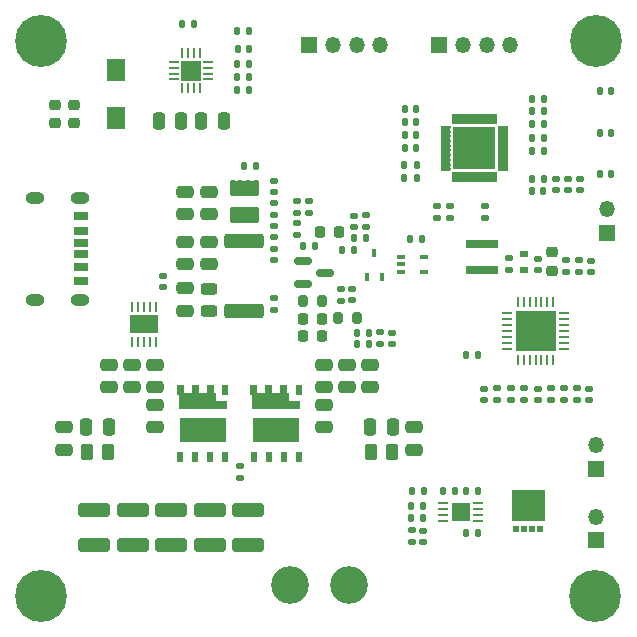
<source format=gbr>
%TF.GenerationSoftware,KiCad,Pcbnew,(6.0.0)*%
%TF.CreationDate,2022-04-01T15:35:24+08:00*%
%TF.ProjectId,LinkCharge40_Transmitter,4c696e6b-4368-4617-9267-6534305f5472,rev?*%
%TF.SameCoordinates,Original*%
%TF.FileFunction,Soldermask,Top*%
%TF.FilePolarity,Negative*%
%FSLAX46Y46*%
G04 Gerber Fmt 4.6, Leading zero omitted, Abs format (unit mm)*
G04 Created by KiCad (PCBNEW (6.0.0)) date 2022-04-01 15:35:24*
%MOMM*%
%LPD*%
G01*
G04 APERTURE LIST*
G04 Aperture macros list*
%AMRoundRect*
0 Rectangle with rounded corners*
0 $1 Rounding radius*
0 $2 $3 $4 $5 $6 $7 $8 $9 X,Y pos of 4 corners*
0 Add a 4 corners polygon primitive as box body*
4,1,4,$2,$3,$4,$5,$6,$7,$8,$9,$2,$3,0*
0 Add four circle primitives for the rounded corners*
1,1,$1+$1,$2,$3*
1,1,$1+$1,$4,$5*
1,1,$1+$1,$6,$7*
1,1,$1+$1,$8,$9*
0 Add four rect primitives between the rounded corners*
20,1,$1+$1,$2,$3,$4,$5,0*
20,1,$1+$1,$4,$5,$6,$7,0*
20,1,$1+$1,$6,$7,$8,$9,0*
20,1,$1+$1,$8,$9,$2,$3,0*%
%AMFreePoly0*
4,1,19,0.300000,-2.000000,-0.870000,-2.000000,-0.870000,-2.210000,-1.700000,-2.210000,-1.700000,-1.600000,-1.020000,-1.600000,-1.020000,-0.940000,-1.700000,-0.940000,-1.700000,-0.330000,-1.020000,-0.330000,-1.020000,0.330000,-1.700000,0.330000,-1.700000,0.940000,-1.020000,0.940000,-1.020000,1.140000,-0.300000,1.140000,-0.300000,2.000000,0.300000,2.000000,0.300000,-2.000000,0.300000,-2.000000,
$1*%
G04 Aperture macros list end*
%ADD10C,0.150000*%
%ADD11C,0.010000*%
%ADD12RoundRect,0.250000X-1.425000X0.362500X-1.425000X-0.362500X1.425000X-0.362500X1.425000X0.362500X0*%
%ADD13RoundRect,0.140000X0.170000X-0.140000X0.170000X0.140000X-0.170000X0.140000X-0.170000X-0.140000X0*%
%ADD14RoundRect,0.135000X0.135000X0.185000X-0.135000X0.185000X-0.135000X-0.185000X0.135000X-0.185000X0*%
%ADD15RoundRect,0.250000X1.100000X-0.325000X1.100000X0.325000X-1.100000X0.325000X-1.100000X-0.325000X0*%
%ADD16R,0.610000X0.830000*%
%ADD17FreePoly0,270.000000*%
%ADD18R,4.000000X2.150000*%
%ADD19O,0.850000X0.250000*%
%ADD20R,1.600000X1.600000*%
%ADD21RoundRect,0.140000X-0.170000X0.140000X-0.170000X-0.140000X0.170000X-0.140000X0.170000X0.140000X0*%
%ADD22R,1.350000X1.350000*%
%ADD23O,1.350000X1.350000*%
%ADD24RoundRect,0.135000X-0.185000X0.135000X-0.185000X-0.135000X0.185000X-0.135000X0.185000X0.135000X0*%
%ADD25RoundRect,0.250000X-0.250000X-0.475000X0.250000X-0.475000X0.250000X0.475000X-0.250000X0.475000X0*%
%ADD26RoundRect,0.200000X0.200000X0.275000X-0.200000X0.275000X-0.200000X-0.275000X0.200000X-0.275000X0*%
%ADD27RoundRect,0.250000X0.250000X0.475000X-0.250000X0.475000X-0.250000X-0.475000X0.250000X-0.475000X0*%
%ADD28C,0.700000*%
%ADD29C,4.400000*%
%ADD30RoundRect,0.250000X-0.475000X0.250000X-0.475000X-0.250000X0.475000X-0.250000X0.475000X0.250000X0*%
%ADD31RoundRect,0.135000X0.185000X-0.135000X0.185000X0.135000X-0.185000X0.135000X-0.185000X-0.135000X0*%
%ADD32RoundRect,0.150000X-0.587500X-0.150000X0.587500X-0.150000X0.587500X0.150000X-0.587500X0.150000X0*%
%ADD33RoundRect,0.140000X0.140000X0.170000X-0.140000X0.170000X-0.140000X-0.170000X0.140000X-0.170000X0*%
%ADD34RoundRect,0.250000X0.475000X-0.250000X0.475000X0.250000X-0.475000X0.250000X-0.475000X-0.250000X0*%
%ADD35RoundRect,0.147500X0.147500X0.172500X-0.147500X0.172500X-0.147500X-0.172500X0.147500X-0.172500X0*%
%ADD36RoundRect,0.140000X-0.140000X-0.170000X0.140000X-0.170000X0.140000X0.170000X-0.140000X0.170000X0*%
%ADD37RoundRect,0.062500X0.062500X-0.350000X0.062500X0.350000X-0.062500X0.350000X-0.062500X-0.350000X0*%
%ADD38RoundRect,0.062500X0.350000X-0.062500X0.350000X0.062500X-0.350000X0.062500X-0.350000X-0.062500X0*%
%ADD39R,1.700000X1.700000*%
%ADD40RoundRect,0.135000X-0.135000X-0.185000X0.135000X-0.185000X0.135000X0.185000X-0.135000X0.185000X0*%
%ADD41R,1.600000X1.900000*%
%ADD42RoundRect,0.062500X-0.062500X0.362500X-0.062500X-0.362500X0.062500X-0.362500X0.062500X0.362500X0*%
%ADD43R,2.380000X1.650000*%
%ADD44RoundRect,0.250000X-0.262500X-0.450000X0.262500X-0.450000X0.262500X0.450000X-0.262500X0.450000X0*%
%ADD45RoundRect,0.250000X0.262500X0.450000X-0.262500X0.450000X-0.262500X-0.450000X0.262500X-0.450000X0*%
%ADD46RoundRect,0.125000X-0.125000X0.537500X-0.125000X-0.537500X0.125000X-0.537500X0.125000X0.537500X0*%
%ADD47R,0.650000X0.400000*%
%ADD48C,3.200000*%
%ADD49RoundRect,0.225000X-0.225000X-0.250000X0.225000X-0.250000X0.225000X0.250000X-0.225000X0.250000X0*%
%ADD50R,0.700000X0.600000*%
%ADD51R,0.500000X0.630000*%
%ADD52RoundRect,0.062500X0.062500X-0.337500X0.062500X0.337500X-0.062500X0.337500X-0.062500X-0.337500X0*%
%ADD53RoundRect,0.062500X0.337500X-0.062500X0.337500X0.062500X-0.337500X0.062500X-0.337500X-0.062500X0*%
%ADD54R,3.350000X3.350000*%
%ADD55RoundRect,0.225000X0.225000X0.250000X-0.225000X0.250000X-0.225000X-0.250000X0.225000X-0.250000X0*%
%ADD56RoundRect,0.225000X0.250000X-0.225000X0.250000X0.225000X-0.250000X0.225000X-0.250000X-0.225000X0*%
%ADD57RoundRect,0.243750X0.456250X-0.243750X0.456250X0.243750X-0.456250X0.243750X-0.456250X-0.243750X0*%
%ADD58R,1.200000X0.700000*%
%ADD59R,1.200000X0.760000*%
%ADD60R,1.200000X0.800000*%
%ADD61O,1.600000X1.000000*%
%ADD62R,2.700000X0.800000*%
%ADD63R,3.600000X3.600000*%
%ADD64R,0.450000X0.700000*%
G04 APERTURE END LIST*
D10*
X145720000Y-82413652D02*
X145720000Y-78766348D01*
X145720000Y-78766348D02*
X146370000Y-78766348D01*
X146370000Y-78766348D02*
X146370000Y-82413652D01*
X146370000Y-82413652D02*
X145720000Y-82413652D01*
G36*
X146370000Y-82413652D02*
G01*
X145720000Y-82413652D01*
X145720000Y-78766348D01*
X146370000Y-78766348D01*
X146370000Y-82413652D01*
G37*
X146370000Y-82413652D02*
X145720000Y-82413652D01*
X145720000Y-78766348D01*
X146370000Y-78766348D01*
X146370000Y-82413652D01*
X128105000Y-83440000D02*
X129875000Y-83440000D01*
X129875000Y-83440000D02*
X129875000Y-84560000D01*
X129875000Y-84560000D02*
X128105000Y-84560000D01*
X128105000Y-84560000D02*
X128105000Y-83440000D01*
G36*
X128105000Y-83440000D02*
G01*
X129875000Y-83440000D01*
X129875000Y-84560000D01*
X128105000Y-84560000D01*
X128105000Y-83440000D01*
G37*
X150590000Y-82423652D02*
X150590000Y-78776348D01*
X150590000Y-78776348D02*
X151240000Y-78776348D01*
X151240000Y-78776348D02*
X151240000Y-82423652D01*
X151240000Y-82423652D02*
X150590000Y-82423652D01*
G36*
X151240000Y-82423652D02*
G01*
X150590000Y-82423652D01*
X150590000Y-78776348D01*
X151240000Y-78776348D01*
X151240000Y-82423652D01*
G37*
X151240000Y-82423652D02*
X150590000Y-82423652D01*
X150590000Y-78776348D01*
X151240000Y-78776348D01*
X151240000Y-82423652D01*
X146650000Y-77830000D02*
X150297304Y-77830000D01*
X150297304Y-77830000D02*
X150297304Y-78480000D01*
X150297304Y-78480000D02*
X146650000Y-78480000D01*
X146650000Y-78480000D02*
X146650000Y-77830000D01*
G36*
X146650000Y-77830000D02*
G01*
X150297304Y-77830000D01*
X150297304Y-78480000D01*
X146650000Y-78480000D01*
X146650000Y-77830000D01*
G37*
X146666348Y-82700000D02*
X150313652Y-82700000D01*
X150313652Y-82700000D02*
X150313652Y-83350000D01*
X150313652Y-83350000D02*
X146666348Y-83350000D01*
X146666348Y-83350000D02*
X146666348Y-82700000D01*
G36*
X146666348Y-82700000D02*
G01*
X150313652Y-82700000D01*
X150313652Y-83350000D01*
X146666348Y-83350000D01*
X146666348Y-82700000D01*
G37*
X128115000Y-85700000D02*
X129885000Y-85700000D01*
X129885000Y-85700000D02*
X129885000Y-86820000D01*
X129885000Y-86820000D02*
X128115000Y-86820000D01*
X128115000Y-86820000D02*
X128115000Y-85700000D01*
G36*
X128115000Y-85700000D02*
G01*
X129885000Y-85700000D01*
X129885000Y-86820000D01*
X128115000Y-86820000D01*
X128115000Y-85700000D01*
G37*
D11*
%TO.C,U9*%
X151692343Y-112055784D02*
X151692343Y-109545784D01*
X151692343Y-109545784D02*
X154342343Y-109545784D01*
X154342343Y-109545784D02*
X154342343Y-112055784D01*
X154342343Y-112055784D02*
X151692343Y-112055784D01*
G36*
X154342343Y-112055784D02*
G01*
X151692343Y-112055784D01*
X151692343Y-109545784D01*
X154342343Y-109545784D01*
X154342343Y-112055784D01*
G37*
X154342343Y-112055784D02*
X151692343Y-112055784D01*
X151692343Y-109545784D01*
X154342343Y-109545784D01*
X154342343Y-112055784D01*
%TD*%
D12*
%TO.C,R12*%
X128990000Y-88457500D03*
X128990000Y-94382500D03*
%TD*%
D13*
%TO.C,C56*%
X144127342Y-113950783D03*
X144127342Y-112990783D03*
%TD*%
D14*
%TO.C,R39*%
X154390000Y-78575001D03*
X153370000Y-78575001D03*
%TD*%
D15*
%TO.C,C52*%
X119557500Y-114160000D03*
X119557500Y-111210000D03*
%TD*%
D16*
%TO.C,U6*%
X133605000Y-101049999D03*
D17*
X131700000Y-102334999D03*
D16*
X129795000Y-106729999D03*
X131065000Y-106729999D03*
X132335000Y-106729999D03*
X133605000Y-106729999D03*
D18*
X131700000Y-104419999D03*
%TD*%
D19*
%TO.C,U8*%
X145857342Y-110640784D03*
X145857342Y-111140784D03*
X145857342Y-111640784D03*
X145857342Y-112140784D03*
X148757342Y-112140784D03*
X148757342Y-111640784D03*
X148757342Y-111140784D03*
X148757342Y-110640784D03*
D20*
X147307342Y-111390784D03*
%TD*%
D21*
%TO.C,C30*%
X156427500Y-83200001D03*
X156427500Y-84160001D03*
%TD*%
D22*
%TO.C,J3*%
X134510000Y-71860000D03*
D23*
X136510000Y-71860000D03*
X138510000Y-71860000D03*
X140510000Y-71860000D03*
%TD*%
D24*
%TO.C,R26*%
X152698332Y-100927500D03*
X152698332Y-101947500D03*
%TD*%
D25*
%TO.C,C41*%
X115610000Y-104240000D03*
X117510000Y-104240000D03*
%TD*%
D26*
%TO.C,R16*%
X138580000Y-95010000D03*
X136930000Y-95010000D03*
%TD*%
D27*
%TO.C,C14*%
X123634908Y-78285927D03*
X121734908Y-78285927D03*
%TD*%
D16*
%TO.C,U7*%
X127365001Y-101049999D03*
D17*
X125460001Y-102334999D03*
D16*
X123555001Y-106729999D03*
X124825001Y-106729999D03*
X126095001Y-106729999D03*
X127365001Y-106729999D03*
D18*
X125460001Y-104419999D03*
%TD*%
D24*
%TO.C,R19*%
X156240000Y-90100000D03*
X156240000Y-91120000D03*
%TD*%
D21*
%TO.C,C59*%
X122095000Y-91410000D03*
X122095000Y-92370000D03*
%TD*%
D28*
%TO.C,H3*%
X111800000Y-116850000D03*
X111800000Y-120150000D03*
X112966726Y-119666726D03*
X110633274Y-117333274D03*
D29*
X111800000Y-118500000D03*
D28*
X110633274Y-119666726D03*
X112966726Y-117333274D03*
X110150000Y-118500000D03*
X113450000Y-118500000D03*
%TD*%
D22*
%TO.C,J6*%
X158760000Y-107750000D03*
D23*
X158760000Y-105750000D03*
%TD*%
D30*
%TO.C,C8*%
X126000000Y-88520001D03*
X126000000Y-90420001D03*
%TD*%
%TO.C,C43*%
X143400000Y-104240000D03*
X143400000Y-106140000D03*
%TD*%
D31*
%TO.C,R9*%
X133440000Y-87950000D03*
X133440000Y-86930000D03*
%TD*%
D32*
%TO.C,D1*%
X133962500Y-90190000D03*
X133962500Y-92090000D03*
X135837500Y-91140000D03*
%TD*%
D33*
%TO.C,C22*%
X139540000Y-97160000D03*
X138580000Y-97160000D03*
%TD*%
D34*
%TO.C,C19*%
X123999999Y-94370001D03*
X123999999Y-92470001D03*
%TD*%
D35*
%TO.C,LED3*%
X160060000Y-82760000D03*
X159090000Y-82760000D03*
%TD*%
D36*
%TO.C,C42*%
X153349999Y-84197500D03*
X154309999Y-84197500D03*
%TD*%
D21*
%TO.C,C37*%
X158210000Y-100955001D03*
X158210000Y-101915001D03*
%TD*%
D35*
%TO.C,LED4*%
X129385000Y-70679999D03*
X128415000Y-70679999D03*
%TD*%
D14*
%TO.C,R41*%
X144197341Y-109610785D03*
X143177341Y-109610785D03*
%TD*%
D37*
%TO.C,U1*%
X123744258Y-75489936D03*
X124244258Y-75489936D03*
X124744258Y-75489936D03*
X125244258Y-75489936D03*
D38*
X125956758Y-74777436D03*
X125956758Y-74277436D03*
X125956758Y-73777436D03*
X125956758Y-73277436D03*
D37*
X125244258Y-72564936D03*
X124744258Y-72564936D03*
X124244258Y-72564936D03*
X123744258Y-72564936D03*
D38*
X123031758Y-73277436D03*
X123031758Y-73777436D03*
X123031758Y-74277436D03*
X123031758Y-74777436D03*
D39*
X124494258Y-74027436D03*
%TD*%
D40*
%TO.C,R5*%
X143000000Y-88290000D03*
X144020000Y-88290000D03*
%TD*%
D26*
%TO.C,R7*%
X135610000Y-93550000D03*
X133960000Y-93550000D03*
%TD*%
D41*
%TO.C,L1*%
X118109999Y-73940000D03*
X118109999Y-78040000D03*
%TD*%
D21*
%TO.C,C36*%
X149320000Y-100957501D03*
X149320000Y-101917501D03*
%TD*%
D14*
%TO.C,R45*%
X144167342Y-110867450D03*
X143147342Y-110867450D03*
%TD*%
D42*
%TO.C,U10*%
X121500000Y-94070000D03*
X121000000Y-94070000D03*
X120500000Y-94070000D03*
X120000000Y-94070000D03*
X119500000Y-94070000D03*
X119500000Y-96970000D03*
X120000000Y-96970000D03*
X120500000Y-96970000D03*
X121000000Y-96970000D03*
X121500000Y-96970000D03*
D43*
X120500000Y-95520000D03*
%TD*%
D33*
%TO.C,C33*%
X143560000Y-80542500D03*
X142600000Y-80542500D03*
%TD*%
D14*
%TO.C,R40*%
X154390000Y-77475000D03*
X153370000Y-77475000D03*
%TD*%
D22*
%TO.C,J4*%
X159740000Y-87780000D03*
D23*
X159740000Y-85780000D03*
%TD*%
D44*
%TO.C,R37*%
X115647500Y-106310000D03*
X117472500Y-106310000D03*
%TD*%
D45*
%TO.C,R36*%
X141512500Y-106310000D03*
X139687500Y-106310000D03*
%TD*%
D36*
%TO.C,C1*%
X128429257Y-72187436D03*
X129389257Y-72187436D03*
%TD*%
D14*
%TO.C,R42*%
X146872658Y-109605883D03*
X145852658Y-109605883D03*
%TD*%
D31*
%TO.C,R11*%
X137160000Y-93530000D03*
X137160000Y-92510000D03*
%TD*%
D27*
%TO.C,C39*%
X141550000Y-104240000D03*
X139650000Y-104240000D03*
%TD*%
D46*
%TO.C,U2*%
X129975000Y-83992500D03*
X129325000Y-83992500D03*
X128675000Y-83992500D03*
X128025000Y-83992500D03*
X128025000Y-86267500D03*
X128675000Y-86267500D03*
X129325000Y-86267500D03*
X129975000Y-86267500D03*
%TD*%
D34*
%TO.C,C6*%
X123999999Y-86180001D03*
X123999999Y-84280001D03*
%TD*%
D35*
%TO.C,LED2*%
X160060000Y-75793432D03*
X159090000Y-75793432D03*
%TD*%
D28*
%TO.C,H1*%
X157633274Y-72666726D03*
X158800000Y-69850000D03*
X157633274Y-70333274D03*
D29*
X158800000Y-71500000D03*
D28*
X159966726Y-70333274D03*
X157150000Y-71500000D03*
X158800000Y-73150000D03*
X159966726Y-72666726D03*
X160450000Y-71500000D03*
%TD*%
D24*
%TO.C,R30*%
X145280000Y-85479999D03*
X145280000Y-86499999D03*
%TD*%
D47*
%TO.C,U3*%
X142275001Y-89797211D03*
X142275001Y-90447211D03*
X142275001Y-91097211D03*
X144175001Y-91097211D03*
X144175001Y-89797211D03*
%TD*%
D30*
%TO.C,C46*%
X137690000Y-98940001D03*
X137690000Y-100840001D03*
%TD*%
D31*
%TO.C,R8*%
X131500000Y-86240000D03*
X131500000Y-85220000D03*
%TD*%
D40*
%TO.C,R33*%
X153370000Y-76410000D03*
X154390000Y-76410000D03*
%TD*%
D28*
%TO.C,H2*%
X157533274Y-119666726D03*
X158700000Y-120150000D03*
X160350000Y-118500000D03*
X159866726Y-117333274D03*
X157050000Y-118500000D03*
D29*
X158700000Y-118500000D03*
D28*
X157533274Y-117333274D03*
X159866726Y-119666726D03*
X158700000Y-116850000D03*
%TD*%
D13*
%TO.C,C16*%
X138155000Y-93490000D03*
X138155000Y-92530000D03*
%TD*%
D48*
%TO.C,J5*%
X132840000Y-117595000D03*
X137840000Y-117595000D03*
%TD*%
D21*
%TO.C,C17*%
X133440000Y-85100000D03*
X133440000Y-86060000D03*
%TD*%
D40*
%TO.C,R34*%
X153370001Y-79700000D03*
X154390001Y-79700000D03*
%TD*%
D15*
%TO.C,C53*%
X122804999Y-114160000D03*
X122804999Y-111210000D03*
%TD*%
D14*
%TO.C,R10*%
X139290000Y-88240000D03*
X138270000Y-88240000D03*
%TD*%
D33*
%TO.C,C26*%
X143560000Y-78342500D03*
X142600000Y-78342500D03*
%TD*%
D24*
%TO.C,R25*%
X150425000Y-100927501D03*
X150425000Y-101947501D03*
%TD*%
D40*
%TO.C,R18*%
X142560000Y-82040001D03*
X143580000Y-82040001D03*
%TD*%
D49*
%TO.C,C20*%
X134010000Y-95020000D03*
X135560000Y-95020000D03*
%TD*%
D33*
%TO.C,C24*%
X143560000Y-77242501D03*
X142600000Y-77242501D03*
%TD*%
D50*
%TO.C,D4*%
X152670000Y-89530000D03*
X152670000Y-90930000D03*
%TD*%
D24*
%TO.C,R17*%
X151430000Y-89910000D03*
X151430000Y-90930000D03*
%TD*%
D40*
%TO.C,R35*%
X153320000Y-83197500D03*
X154340000Y-83197500D03*
%TD*%
D13*
%TO.C,C3*%
X131500000Y-90060000D03*
X131500000Y-89100000D03*
%TD*%
D24*
%TO.C,R28*%
X157205000Y-100927501D03*
X157205000Y-101947501D03*
%TD*%
D30*
%TO.C,C9*%
X124000000Y-88500000D03*
X124000000Y-90400000D03*
%TD*%
%TO.C,C44*%
X113766567Y-104234144D03*
X113766567Y-106134144D03*
%TD*%
D51*
%TO.C,U9*%
X152042343Y-112830784D03*
X152692343Y-112830784D03*
X153342343Y-112830784D03*
X153992343Y-112830784D03*
%TD*%
D30*
%TO.C,C47*%
X135730000Y-98940001D03*
X135730000Y-100840001D03*
%TD*%
D34*
%TO.C,C40*%
X121430001Y-104240000D03*
X121430001Y-102340000D03*
%TD*%
D21*
%TO.C,C15*%
X131500000Y-83350000D03*
X131500000Y-84310000D03*
%TD*%
D33*
%TO.C,C23*%
X139540000Y-96220000D03*
X138580000Y-96220000D03*
%TD*%
D30*
%TO.C,C50*%
X121430000Y-98940001D03*
X121430000Y-100840001D03*
%TD*%
D40*
%TO.C,R44*%
X143147342Y-111930783D03*
X144167342Y-111930783D03*
%TD*%
D15*
%TO.C,C58*%
X129299997Y-114165000D03*
X129299997Y-111215000D03*
%TD*%
D40*
%TO.C,R13*%
X128406558Y-74569717D03*
X129426558Y-74569717D03*
%TD*%
D34*
%TO.C,C38*%
X135729999Y-104240000D03*
X135729999Y-102340000D03*
%TD*%
D22*
%TO.C,J7*%
X158760000Y-113810000D03*
D23*
X158760000Y-111810000D03*
%TD*%
D33*
%TO.C,C57*%
X148757342Y-113180783D03*
X147797342Y-113180783D03*
%TD*%
D13*
%TO.C,C7*%
X138255713Y-87290000D03*
X138255713Y-86330000D03*
%TD*%
D24*
%TO.C,R27*%
X156088330Y-100927501D03*
X156088330Y-101947501D03*
%TD*%
D21*
%TO.C,C28*%
X153824998Y-100957501D03*
X153824998Y-101917501D03*
%TD*%
D52*
%TO.C,U4*%
X152154999Y-98510000D03*
X152654999Y-98510000D03*
X153154999Y-98510000D03*
X153654999Y-98510000D03*
X154154999Y-98510000D03*
X154654999Y-98510000D03*
X155154999Y-98510000D03*
D53*
X156104999Y-97560000D03*
X156104999Y-97060000D03*
X156104999Y-96560000D03*
X156104999Y-96060000D03*
X156104999Y-95560000D03*
X156104999Y-95060000D03*
X156104999Y-94560000D03*
D52*
X155154999Y-93610000D03*
X154654999Y-93610000D03*
X154154999Y-93610000D03*
X153654999Y-93610000D03*
X153154999Y-93610000D03*
X152654999Y-93610000D03*
X152154999Y-93610000D03*
D53*
X151204999Y-94560000D03*
X151204999Y-95060000D03*
X151204999Y-95560000D03*
X151204999Y-96060000D03*
X151204999Y-96560000D03*
X151204999Y-97060000D03*
X151204999Y-97560000D03*
D54*
X153654999Y-96060000D03*
%TD*%
D21*
%TO.C,C32*%
X141520000Y-96210000D03*
X141520000Y-97170000D03*
%TD*%
D33*
%TO.C,C29*%
X143559999Y-79442499D03*
X142599999Y-79442499D03*
%TD*%
D55*
%TO.C,C2*%
X136975000Y-87660000D03*
X135425000Y-87660000D03*
%TD*%
D21*
%TO.C,C31*%
X158360000Y-90120000D03*
X158360000Y-91080000D03*
%TD*%
D15*
%TO.C,C54*%
X126052498Y-114160000D03*
X126052498Y-111210000D03*
%TD*%
D24*
%TO.C,R23*%
X140510000Y-96180000D03*
X140510000Y-97200000D03*
%TD*%
D40*
%TO.C,R4*%
X137250000Y-89220000D03*
X138270000Y-89220000D03*
%TD*%
%TO.C,R3*%
X133960000Y-88900000D03*
X134980000Y-88900000D03*
%TD*%
D24*
%TO.C,R6*%
X139280000Y-86290000D03*
X139280000Y-87310000D03*
%TD*%
D25*
%TO.C,C12*%
X125359257Y-78285927D03*
X127259257Y-78285927D03*
%TD*%
D24*
%TO.C,R31*%
X149400000Y-85482500D03*
X149400000Y-86502500D03*
%TD*%
D15*
%TO.C,C51*%
X116310001Y-114160001D03*
X116310001Y-111210001D03*
%TD*%
D21*
%TO.C,C34*%
X157427500Y-83200000D03*
X157427500Y-84160000D03*
%TD*%
D24*
%TO.C,R29*%
X154951664Y-100927501D03*
X154951664Y-101947501D03*
%TD*%
D21*
%TO.C,C13*%
X131500000Y-87150000D03*
X131500000Y-88110000D03*
%TD*%
D31*
%TO.C,R43*%
X143197342Y-113970783D03*
X143197342Y-112950783D03*
%TD*%
D56*
%TO.C,C25*%
X155032500Y-90970000D03*
X155032500Y-89420000D03*
%TD*%
%TO.C,C18*%
X112940000Y-78495000D03*
X112940000Y-76945000D03*
%TD*%
D13*
%TO.C,C35*%
X153890000Y-90920000D03*
X153890000Y-89960000D03*
%TD*%
D33*
%TO.C,C55*%
X148767341Y-109600782D03*
X147807341Y-109600782D03*
%TD*%
D30*
%TO.C,C48*%
X119470000Y-98940001D03*
X119470000Y-100840001D03*
%TD*%
D22*
%TO.C,J2*%
X145510000Y-71860000D03*
D23*
X147510000Y-71860000D03*
X149510000Y-71860000D03*
X151510000Y-71860000D03*
%TD*%
D56*
%TO.C,C21*%
X114550000Y-78495000D03*
X114550000Y-76945000D03*
%TD*%
D21*
%TO.C,C27*%
X155427500Y-83200001D03*
X155427500Y-84160001D03*
%TD*%
D35*
%TO.C,LED1*%
X160060000Y-79276716D03*
X159090000Y-79276716D03*
%TD*%
D30*
%TO.C,C45*%
X139650000Y-98940001D03*
X139650000Y-100840001D03*
%TD*%
D57*
%TO.C,D3*%
X126000000Y-94357500D03*
X126000000Y-92482500D03*
%TD*%
D58*
%TO.C,J1*%
X115180000Y-88600000D03*
D59*
X115180000Y-90620000D03*
D60*
X115180000Y-91850000D03*
D58*
X115180000Y-89600000D03*
D59*
X115180000Y-87580000D03*
D60*
X115180000Y-86350000D03*
D61*
X115100000Y-84780000D03*
X115100000Y-93420000D03*
X111300000Y-84780000D03*
X111300000Y-93420000D03*
%TD*%
D31*
%TO.C,R2*%
X131500000Y-94340000D03*
X131500000Y-93320000D03*
%TD*%
D14*
%TO.C,R14*%
X129426558Y-75652293D03*
X128406558Y-75652293D03*
%TD*%
D40*
%TO.C,R1*%
X128406558Y-73487139D03*
X129426558Y-73487139D03*
%TD*%
%TO.C,R38*%
X153369999Y-80800000D03*
X154389999Y-80800000D03*
%TD*%
D24*
%TO.C,R24*%
X151561666Y-100927501D03*
X151561666Y-101947501D03*
%TD*%
D28*
%TO.C,H4*%
X110633274Y-72666726D03*
D29*
X111800000Y-71500000D03*
D28*
X110633274Y-70333274D03*
X110150000Y-71500000D03*
X113450000Y-71500000D03*
X112966726Y-72666726D03*
X111800000Y-69850000D03*
X111800000Y-73150000D03*
X112966726Y-70333274D03*
%TD*%
D34*
%TO.C,C5*%
X126005000Y-86180000D03*
X126005000Y-84280000D03*
%TD*%
D33*
%TO.C,C11*%
X124724257Y-70102434D03*
X123764257Y-70102434D03*
%TD*%
D14*
%TO.C,R20*%
X148800000Y-98130000D03*
X147780000Y-98130000D03*
%TD*%
D24*
%TO.C,R15*%
X134510000Y-85090000D03*
X134510000Y-86110000D03*
%TD*%
D36*
%TO.C,C4*%
X129000000Y-82100000D03*
X129960000Y-82100000D03*
%TD*%
D62*
%TO.C,L2*%
X149130000Y-88720000D03*
X149130000Y-90920000D03*
%TD*%
D24*
%TO.C,R32*%
X146430000Y-85480000D03*
X146430000Y-86500000D03*
%TD*%
D37*
%TO.C,U5*%
X146680000Y-83030000D03*
X147080000Y-83030000D03*
X147480000Y-83030000D03*
X147880000Y-83030000D03*
X148280000Y-83030000D03*
X148680000Y-83030000D03*
X149080000Y-83030000D03*
X149480000Y-83030000D03*
X149880000Y-83030000D03*
X150280000Y-83030000D03*
D38*
X150917500Y-82392500D03*
X150917500Y-81992500D03*
X150917500Y-81592500D03*
X150917500Y-81192500D03*
X150917500Y-80792500D03*
X150917500Y-80392500D03*
X150917500Y-79992500D03*
X150917500Y-79592500D03*
X150917500Y-79192500D03*
X150917500Y-78792500D03*
D37*
X150280000Y-78155000D03*
X149880000Y-78155000D03*
X149480000Y-78155000D03*
X149080000Y-78155000D03*
X148680000Y-78155000D03*
X148280000Y-78155000D03*
X147880000Y-78155000D03*
X147480000Y-78155000D03*
X147080000Y-78155000D03*
X146680000Y-78155000D03*
D38*
X146042500Y-78792500D03*
X146042500Y-79192500D03*
X146042500Y-79592500D03*
X146042500Y-79992500D03*
X146042500Y-80392500D03*
X146042500Y-80792500D03*
X146042500Y-81192500D03*
X146042500Y-81592500D03*
X146042500Y-81992500D03*
X146042500Y-82392500D03*
D63*
X148480000Y-80592500D03*
%TD*%
D64*
%TO.C,D2*%
X139360000Y-91510000D03*
X140660000Y-91510000D03*
X140010000Y-89510000D03*
%TD*%
D30*
%TO.C,C49*%
X117510000Y-98940001D03*
X117510000Y-100840001D03*
%TD*%
D40*
%TO.C,R21*%
X142560000Y-83140000D03*
X143580000Y-83140000D03*
%TD*%
D31*
%TO.C,NCP15XW153J03RC1*%
X128593095Y-108489500D03*
X128593095Y-107469500D03*
%TD*%
D49*
%TO.C,C10*%
X134010000Y-96490000D03*
X135560000Y-96490000D03*
%TD*%
D24*
%TO.C,R22*%
X157360002Y-90100000D03*
X157360002Y-91120000D03*
%TD*%
M02*

</source>
